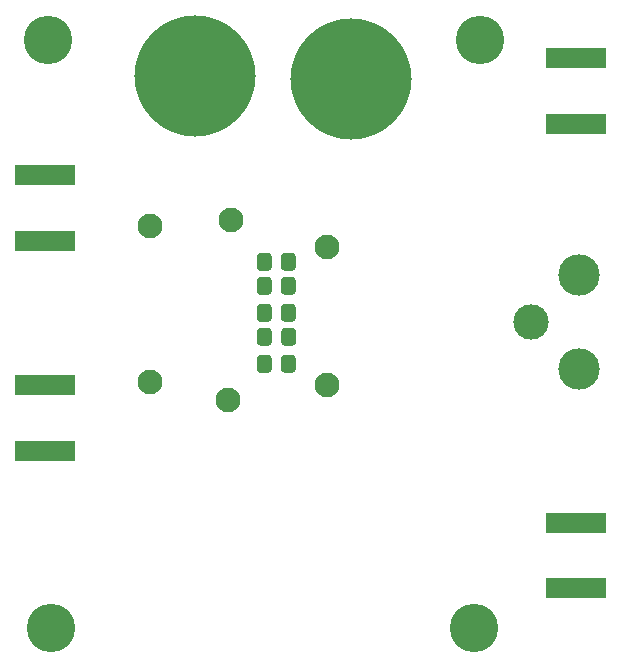
<source format=gbr>
%TF.GenerationSoftware,KiCad,Pcbnew,(5.1.6-0-10_14)*%
%TF.CreationDate,2020-10-05T14:42:17-07:00*%
%TF.ProjectId,single_ended_differential_converter,73696e67-6c65-45f6-956e-6465645f6469,rev?*%
%TF.SameCoordinates,Original*%
%TF.FileFunction,Soldermask,Bot*%
%TF.FilePolarity,Negative*%
%FSLAX46Y46*%
G04 Gerber Fmt 4.6, Leading zero omitted, Abs format (unit mm)*
G04 Created by KiCad (PCBNEW (5.1.6-0-10_14)) date 2020-10-05 14:42:17*
%MOMM*%
%LPD*%
G01*
G04 APERTURE LIST*
%ADD10C,3.000000*%
%ADD11C,3.500000*%
%ADD12C,2.100000*%
%ADD13C,10.260000*%
%ADD14C,4.100000*%
%ADD15R,5.180000X1.700000*%
G04 APERTURE END LIST*
D10*
%TO.C,J5*%
X256540000Y-134112000D03*
D11*
X260540000Y-138112000D03*
X260540000Y-130112000D03*
%TD*%
D12*
%TO.C,TP4*%
X230886000Y-140716000D03*
%TD*%
%TO.C,TP3*%
X231140000Y-125476000D03*
%TD*%
%TO.C,TP2*%
X239268000Y-139446000D03*
%TD*%
%TO.C,TP1*%
X239268000Y-127762000D03*
%TD*%
D13*
%TO.C,U2*%
X241300000Y-113538000D03*
%TD*%
%TO.C,RF2*%
G36*
G01*
X234541000Y-137189738D02*
X234541000Y-138146262D01*
G75*
G02*
X234269262Y-138418000I-271738J0D01*
G01*
X233562738Y-138418000D01*
G75*
G02*
X233291000Y-138146262I0J271738D01*
G01*
X233291000Y-137189738D01*
G75*
G02*
X233562738Y-136918000I271738J0D01*
G01*
X234269262Y-136918000D01*
G75*
G02*
X234541000Y-137189738I0J-271738D01*
G01*
G37*
G36*
G01*
X236591000Y-137189738D02*
X236591000Y-138146262D01*
G75*
G02*
X236319262Y-138418000I-271738J0D01*
G01*
X235612738Y-138418000D01*
G75*
G02*
X235341000Y-138146262I0J271738D01*
G01*
X235341000Y-137189738D01*
G75*
G02*
X235612738Y-136918000I271738J0D01*
G01*
X236319262Y-136918000D01*
G75*
G02*
X236591000Y-137189738I0J-271738D01*
G01*
G37*
%TD*%
%TO.C,R8*%
G36*
G01*
X235341000Y-133828262D02*
X235341000Y-132871738D01*
G75*
G02*
X235612738Y-132600000I271738J0D01*
G01*
X236319262Y-132600000D01*
G75*
G02*
X236591000Y-132871738I0J-271738D01*
G01*
X236591000Y-133828262D01*
G75*
G02*
X236319262Y-134100000I-271738J0D01*
G01*
X235612738Y-134100000D01*
G75*
G02*
X235341000Y-133828262I0J271738D01*
G01*
G37*
G36*
G01*
X233291000Y-133828262D02*
X233291000Y-132871738D01*
G75*
G02*
X233562738Y-132600000I271738J0D01*
G01*
X234269262Y-132600000D01*
G75*
G02*
X234541000Y-132871738I0J-271738D01*
G01*
X234541000Y-133828262D01*
G75*
G02*
X234269262Y-134100000I-271738J0D01*
G01*
X233562738Y-134100000D01*
G75*
G02*
X233291000Y-133828262I0J271738D01*
G01*
G37*
%TD*%
%TO.C,CF2*%
G36*
G01*
X234559000Y-134903738D02*
X234559000Y-135860262D01*
G75*
G02*
X234287262Y-136132000I-271738J0D01*
G01*
X233580738Y-136132000D01*
G75*
G02*
X233309000Y-135860262I0J271738D01*
G01*
X233309000Y-134903738D01*
G75*
G02*
X233580738Y-134632000I271738J0D01*
G01*
X234287262Y-134632000D01*
G75*
G02*
X234559000Y-134903738I0J-271738D01*
G01*
G37*
G36*
G01*
X236609000Y-134903738D02*
X236609000Y-135860262D01*
G75*
G02*
X236337262Y-136132000I-271738J0D01*
G01*
X235630738Y-136132000D01*
G75*
G02*
X235359000Y-135860262I0J271738D01*
G01*
X235359000Y-134903738D01*
G75*
G02*
X235630738Y-134632000I271738J0D01*
G01*
X236337262Y-134632000D01*
G75*
G02*
X236609000Y-134903738I0J-271738D01*
G01*
G37*
%TD*%
D14*
%TO.C,H4*%
X252222000Y-110236000D03*
%TD*%
%TO.C,H3*%
X251714000Y-160020000D03*
%TD*%
%TO.C,H2*%
X215900000Y-160020000D03*
%TD*%
%TO.C,H1*%
X215646000Y-110236000D03*
%TD*%
D12*
%TO.C,VOS2*%
X224282000Y-125984000D03*
%TD*%
%TO.C,VOS1*%
X224282000Y-139192000D03*
%TD*%
D13*
%TO.C,U1*%
X228092000Y-113284000D03*
%TD*%
%TO.C,RF1*%
G36*
G01*
X234541000Y-130585738D02*
X234541000Y-131542262D01*
G75*
G02*
X234269262Y-131814000I-271738J0D01*
G01*
X233562738Y-131814000D01*
G75*
G02*
X233291000Y-131542262I0J271738D01*
G01*
X233291000Y-130585738D01*
G75*
G02*
X233562738Y-130314000I271738J0D01*
G01*
X234269262Y-130314000D01*
G75*
G02*
X234541000Y-130585738I0J-271738D01*
G01*
G37*
G36*
G01*
X236591000Y-130585738D02*
X236591000Y-131542262D01*
G75*
G02*
X236319262Y-131814000I-271738J0D01*
G01*
X235612738Y-131814000D01*
G75*
G02*
X235341000Y-131542262I0J271738D01*
G01*
X235341000Y-130585738D01*
G75*
G02*
X235612738Y-130314000I271738J0D01*
G01*
X236319262Y-130314000D01*
G75*
G02*
X236591000Y-130585738I0J-271738D01*
G01*
G37*
%TD*%
D15*
%TO.C,JPOS1*%
X260350000Y-151130000D03*
X260350000Y-156670000D03*
%TD*%
%TO.C,JNEG1*%
X260350000Y-111808000D03*
X260350000Y-117348000D03*
%TD*%
%TO.C,J2*%
X215392000Y-127230000D03*
X215392000Y-121690000D03*
%TD*%
%TO.C,J1*%
X215392000Y-145010000D03*
X215392000Y-139470000D03*
%TD*%
%TO.C,CF1*%
G36*
G01*
X234541000Y-128553738D02*
X234541000Y-129510262D01*
G75*
G02*
X234269262Y-129782000I-271738J0D01*
G01*
X233562738Y-129782000D01*
G75*
G02*
X233291000Y-129510262I0J271738D01*
G01*
X233291000Y-128553738D01*
G75*
G02*
X233562738Y-128282000I271738J0D01*
G01*
X234269262Y-128282000D01*
G75*
G02*
X234541000Y-128553738I0J-271738D01*
G01*
G37*
G36*
G01*
X236591000Y-128553738D02*
X236591000Y-129510262D01*
G75*
G02*
X236319262Y-129782000I-271738J0D01*
G01*
X235612738Y-129782000D01*
G75*
G02*
X235341000Y-129510262I0J271738D01*
G01*
X235341000Y-128553738D01*
G75*
G02*
X235612738Y-128282000I271738J0D01*
G01*
X236319262Y-128282000D01*
G75*
G02*
X236591000Y-128553738I0J-271738D01*
G01*
G37*
%TD*%
M02*

</source>
